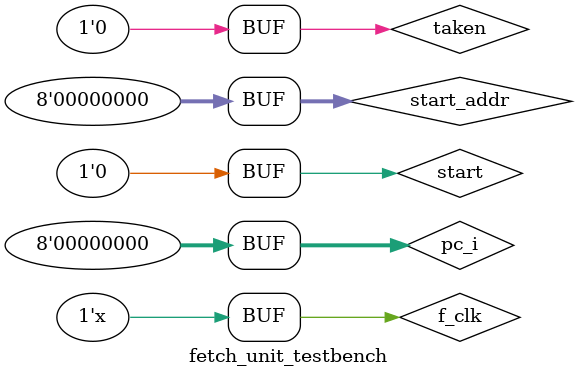
<source format=sv>
module fetch_unit_testbench();
reg f_clk;
reg [7:0] pc_i;
reg start;
reg [7:0] start_addr;
reg branch;
reg [7:0] target;
reg taken;

wire [7:0] pc_o;

initial begin
f_clk = 1;
taken = 0;
start = 1;
start_addr = 8'b00000000;
pc_i = 8'b00000000;


#10 start = 0;
end

always begin
	#5 f_clk = ~f_clk;
end

fetch_unit	b2v_inst(
	.f_clk(f_clk),
	.start(start),
	
	.taken(SYNTHESIZED_WIRE_0),
	.halt(SYNTHESIZED_WIRE_1),
	.pc_i(SYNTHESIZED_WIRE_29),
	.start_addr(start_addr),
	.target(SYNTHESIZED_WIRE_30),
	.pc_o(SYNTHESIZED_WIRE_29));


alu	b2v_inst13(
	.alu_rs1(SYNTHESIZED_WIRE_30),
	.alu_rs2(SYNTHESIZED_WIRE_31),
	.constant(SYNTHESIZED_WIRE_6),
	.opcode(SYNTHESIZED_WIRE_7),
	.overflow(SYNTHESIZED_WIRE_12),
	.branch_taken_o(SYNTHESIZED_WIRE_0),
	.aluOut(SYNTHESIZED_WIRE_23));


single_port_ram_with_init	b2v_inst15(
	.writemem(SYNTHESIZED_WIRE_8),
	.readmem(SYNTHESIZED_WIRE_32),
	
	.addr(SYNTHESIZED_WIRE_31),
	.data(SYNTHESIZED_WIRE_30),
	.q(SYNTHESIZED_WIRE_22));
	defparam	b2v_inst15.ADDR_WIDTH = 8;


register_file	b2v_inst16(
	.clk(f_clk),
	.condition_bit(SYNTHESIZED_WIRE_12),
	.reg_write(SYNTHESIZED_WIRE_13),
	.label_read(SYNTHESIZED_WIRE_14),
	.label_write(SYNTHESIZED_WIRE_33),
	.label_rs(SYNTHESIZED_WIRE_16),
	.rd(SYNTHESIZED_WIRE_17),
	.rs1(SYNTHESIZED_WIRE_18),
	.rs2(SYNTHESIZED_WIRE_19),
	.write_data(SYNTHESIZED_WIRE_20),
	.regA_o(SYNTHESIZED_WIRE_30),
	.regB_o(SYNTHESIZED_WIRE_31));


mux_0	b2v_inst17(
	.sel(SYNTHESIZED_WIRE_32),
	.in1(SYNTHESIZED_WIRE_22),
	.in2(SYNTHESIZED_WIRE_23),
	.out(SYNTHESIZED_WIRE_27));


inst_rom	b2v_inst2(
	.address_i(SYNTHESIZED_WIRE_29),
	.instruction_o(SYNTHESIZED_WIRE_28));


mux_1	b2v_inst233(
	.sel(SYNTHESIZED_WIRE_33),
	.in1(SYNTHESIZED_WIRE_29),
	.in2(SYNTHESIZED_WIRE_27),
	.out(SYNTHESIZED_WIRE_20));


decoder	b2v_inst7(
	.instr(SYNTHESIZED_WIRE_28),
	.memRead_o(SYNTHESIZED_WIRE_32),
	.memWrite_o(SYNTHESIZED_WIRE_8),
	.labelRead_o(SYNTHESIZED_WIRE_14),
	.labelWrite_o(SYNTHESIZED_WIRE_33),
	.regWrite_o(SYNTHESIZED_WIRE_13),
	.halt_o(SYNTHESIZED_WIRE_1),
	.alu_op_o(SYNTHESIZED_WIRE_7),
	.branchAddr_o(SYNTHESIZED_WIRE_16),
	.constant_o(SYNTHESIZED_WIRE_6),
	.regDest_o(SYNTHESIZED_WIRE_17),
	.regSource1_o(SYNTHESIZED_WIRE_18),
	.regSource2_o(SYNTHESIZED_WIRE_19));

endmodule
</source>
